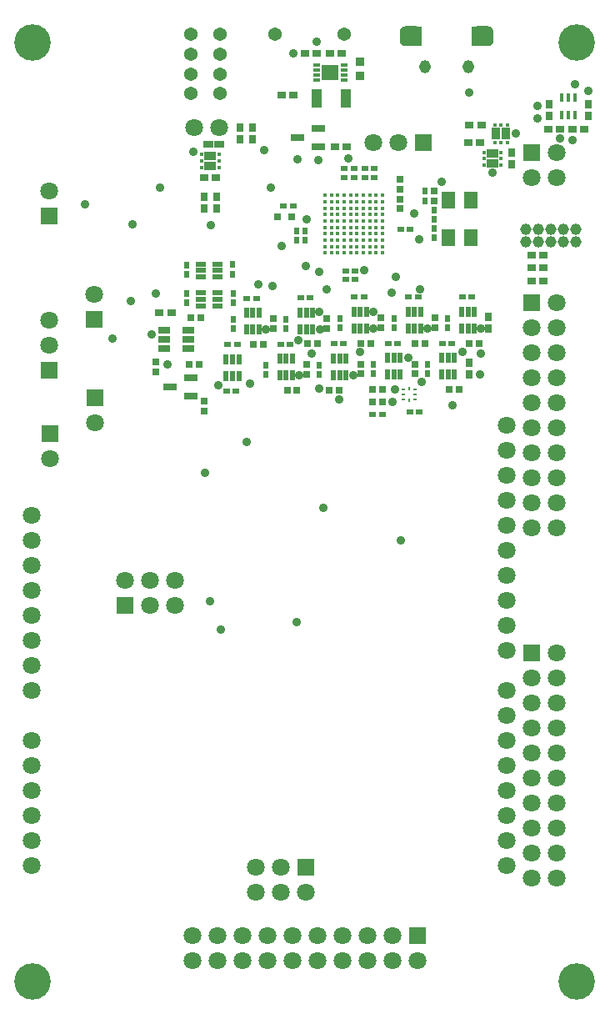
<source format=gbs>
G04 Layer_Color=16711935*
%FSLAX43Y43*%
%MOMM*%
G71*
G01*
G75*
%ADD90R,0.250X0.400*%
%ADD91R,0.400X0.250*%
%ADD142R,0.800X0.800*%
%ADD144R,0.750X0.900*%
%ADD147R,1.000X0.700*%
%ADD150R,0.862X0.862*%
%ADD151R,0.900X0.750*%
%ADD152R,0.700X0.650*%
%ADD153R,0.650X0.700*%
%ADD154R,0.600X0.750*%
G04:AMPARAMS|DCode=158|XSize=1.15mm|YSize=1.35mm|CornerRadius=0.575mm|HoleSize=0mm|Usage=FLASHONLY|Rotation=180.000|XOffset=0mm|YOffset=0mm|HoleType=Round|Shape=RoundedRectangle|*
%AMROUNDEDRECTD158*
21,1,1.150,0.200,0,0,180.0*
21,1,0.000,1.350,0,0,180.0*
1,1,1.150,0.000,0.100*
1,1,1.150,0.000,0.100*
1,1,1.150,0.000,-0.100*
1,1,1.150,0.000,-0.100*
%
%ADD158ROUNDEDRECTD158*%
G04:AMPARAMS|DCode=159|XSize=1.15mm|YSize=1.35mm|CornerRadius=0.575mm|HoleSize=0mm|Usage=FLASHONLY|Rotation=180.000|XOffset=0mm|YOffset=0mm|HoleType=Round|Shape=RoundedRectangle|*
%AMROUNDEDRECTD159*
21,1,1.150,0.200,0,0,180.0*
21,1,0.000,1.350,0,0,180.0*
1,1,1.150,0.000,0.100*
1,1,1.150,0.000,0.100*
1,1,1.150,0.000,-0.100*
1,1,1.150,0.000,-0.100*
%
%ADD159ROUNDEDRECTD159*%
G04:AMPARAMS|DCode=160|XSize=2.2mm|YSize=2mm|CornerRadius=0.544mm|HoleSize=0mm|Usage=FLASHONLY|Rotation=180.000|XOffset=0mm|YOffset=0mm|HoleType=Round|Shape=RoundedRectangle|*
%AMROUNDEDRECTD160*
21,1,2.200,0.912,0,0,180.0*
21,1,1.112,2.000,0,0,180.0*
1,1,1.088,-0.556,0.456*
1,1,1.088,0.556,0.456*
1,1,1.088,0.556,-0.456*
1,1,1.088,-0.556,-0.456*
%
%ADD160ROUNDEDRECTD160*%
%ADD162R,1.800X1.800*%
%ADD163C,1.800*%
%ADD164C,1.800*%
%ADD165R,1.800X1.800*%
%ADD166C,1.150*%
%ADD167C,1.150*%
%ADD168R,1.800X1.800*%
%ADD169C,3.700*%
%ADD170C,1.370*%
%ADD171R,1.400X1.700*%
%ADD172R,1.700X1.600*%
%ADD173R,0.700X0.350*%
%ADD174C,0.380*%
%ADD175R,0.500X1.100*%
%ADD176R,1.150X0.820*%
%ADD177R,0.400X0.450*%
%ADD178R,1.150X0.700*%
%ADD179R,1.400X0.700*%
%ADD180R,0.450X0.950*%
%ADD181R,1.050X1.850*%
%ADD182R,0.750X0.600*%
%ADD183R,0.820X1.150*%
%ADD184R,0.450X0.400*%
%ADD185R,1.100X0.500*%
%ADD186C,0.900*%
G36*
X-11398Y-675D02*
X-11396Y-675D01*
X-11348Y-679D01*
X-11347Y-679D01*
X-11345Y-679D01*
X-11292Y-686D01*
X-11289Y-687D01*
X-11285Y-688D01*
X-11232Y-703D01*
X-11230Y-703D01*
X-11228Y-704D01*
X-11185Y-720D01*
X-11183Y-721D01*
X-11181Y-722D01*
X-11139Y-742D01*
X-11137Y-743D01*
X-11134Y-745D01*
X-11090Y-773D01*
X-11088Y-774D01*
X-11087Y-775D01*
X-11049Y-804D01*
X-11047Y-805D01*
X-11046Y-806D01*
X-11007Y-840D01*
X-11004Y-843D01*
X-11001Y-846D01*
X-10972Y-882D01*
X-10971Y-883D01*
X-10971Y-884D01*
X-10943Y-921D01*
X-10941Y-923D01*
X-10940Y-926D01*
X-10916Y-967D01*
X-10915Y-969D01*
X-10914Y-970D01*
X-10894Y-1012D01*
X-10893Y-1014D01*
X-10892Y-1016D01*
X-10876Y-1058D01*
X-10875Y-1061D01*
X-10874Y-1064D01*
X-10862Y-1115D01*
X-10862Y-1117D01*
X-10861Y-1119D01*
X-10854Y-1164D01*
X-10854Y-1166D01*
X-10854Y-1168D01*
X-10850Y-1221D01*
X-10850Y-1223D01*
X-10850Y-1225D01*
Y-2125D01*
X-10850Y-2127D01*
X-10850Y-2129D01*
X-10854Y-2184D01*
X-10854Y-2186D01*
X-10855Y-2189D01*
X-10863Y-2234D01*
X-10863Y-2235D01*
X-10863Y-2237D01*
X-10875Y-2287D01*
X-10876Y-2290D01*
X-10877Y-2294D01*
X-10893Y-2334D01*
X-10906Y-2366D01*
X-10908Y-2370D01*
X-10910Y-2373D01*
X-10935Y-2416D01*
X-10936Y-2418D01*
X-10937Y-2420D01*
X-10963Y-2457D01*
X-10964Y-2458D01*
X-10965Y-2460D01*
X-10996Y-2498D01*
X-10999Y-2500D01*
X-11001Y-2503D01*
X-11046Y-2544D01*
X-11048Y-2546D01*
X-11050Y-2547D01*
X-11090Y-2577D01*
X-11092Y-2578D01*
X-11093Y-2579D01*
X-11139Y-2609D01*
X-11142Y-2610D01*
X-11145Y-2612D01*
X-11198Y-2636D01*
X-11201Y-2637D01*
X-11205Y-2638D01*
X-11292Y-2664D01*
X-11297Y-2665D01*
X-11301Y-2666D01*
X-11301Y-2666D01*
X-11301Y-2666D01*
X-11301D01*
X-11395Y-2675D01*
X-11398Y-2675D01*
X-11400Y-2675D01*
X-13000D01*
X-13010Y-2674D01*
X-13019Y-2671D01*
X-13028Y-2667D01*
X-13036Y-2661D01*
X-13042Y-2653D01*
X-13046Y-2644D01*
X-13049Y-2635D01*
X-13050Y-2625D01*
Y-725D01*
X-13049Y-715D01*
X-13046Y-706D01*
X-13042Y-697D01*
X-13036Y-689D01*
X-13028Y-683D01*
X-13019Y-679D01*
X-13010Y-676D01*
X-13000Y-675D01*
X-11400D01*
X-11398Y-675D01*
D02*
G37*
G36*
X-18190Y-676D02*
X-18181Y-679D01*
X-18172Y-683D01*
X-18164Y-689D01*
X-18158Y-697D01*
X-18154Y-706D01*
X-18151Y-715D01*
X-18150Y-725D01*
Y-2625D01*
X-18151Y-2635D01*
X-18154Y-2644D01*
X-18158Y-2653D01*
X-18164Y-2661D01*
X-18172Y-2667D01*
X-18181Y-2671D01*
X-18190Y-2674D01*
X-18200Y-2675D01*
X-19800D01*
X-19802Y-2675D01*
X-19804Y-2675D01*
X-19852Y-2671D01*
X-19853Y-2671D01*
X-19855Y-2671D01*
X-19908Y-2664D01*
X-19911Y-2663D01*
X-19915Y-2662D01*
X-19968Y-2647D01*
X-19970Y-2647D01*
X-19972Y-2646D01*
X-20015Y-2630D01*
X-20017Y-2629D01*
X-20019Y-2628D01*
X-20061Y-2608D01*
X-20063Y-2607D01*
X-20066Y-2605D01*
X-20110Y-2577D01*
X-20112Y-2576D01*
X-20113Y-2575D01*
X-20151Y-2546D01*
X-20153Y-2545D01*
X-20154Y-2544D01*
X-20193Y-2510D01*
X-20196Y-2507D01*
X-20199Y-2504D01*
X-20228Y-2468D01*
X-20229Y-2467D01*
X-20229Y-2466D01*
X-20257Y-2429D01*
X-20259Y-2427D01*
X-20260Y-2424D01*
X-20284Y-2383D01*
X-20285Y-2381D01*
X-20286Y-2380D01*
X-20306Y-2338D01*
X-20307Y-2336D01*
X-20308Y-2334D01*
X-20324Y-2292D01*
X-20325Y-2289D01*
X-20326Y-2286D01*
X-20338Y-2235D01*
X-20338Y-2233D01*
X-20339Y-2231D01*
X-20346Y-2186D01*
X-20346Y-2184D01*
X-20346Y-2182D01*
X-20350Y-2129D01*
X-20350Y-2127D01*
X-20350Y-2125D01*
Y-1225D01*
X-20350Y-1223D01*
X-20350Y-1221D01*
X-20346Y-1166D01*
X-20346Y-1164D01*
X-20345Y-1161D01*
X-20337Y-1116D01*
X-20337Y-1115D01*
X-20337Y-1113D01*
X-20325Y-1063D01*
X-20324Y-1060D01*
X-20323Y-1056D01*
X-20307Y-1016D01*
X-20294Y-984D01*
X-20292Y-980D01*
X-20290Y-977D01*
X-20265Y-934D01*
X-20264Y-932D01*
X-20263Y-930D01*
X-20237Y-893D01*
X-20236Y-892D01*
X-20235Y-890D01*
X-20204Y-852D01*
X-20201Y-850D01*
X-20199Y-847D01*
X-20154Y-806D01*
X-20152Y-804D01*
X-20150Y-803D01*
X-20110Y-773D01*
X-20108Y-772D01*
X-20107Y-771D01*
X-20061Y-742D01*
X-20058Y-740D01*
X-20055Y-738D01*
X-20002Y-714D01*
X-19999Y-713D01*
X-19995Y-712D01*
X-19908Y-686D01*
X-19903Y-685D01*
X-19899Y-684D01*
X-19899Y-684D01*
X-19899Y-684D01*
X-19899D01*
X-19805Y-675D01*
X-19802Y-675D01*
X-19800Y-675D01*
X-18200D01*
X-18190Y-676D01*
D02*
G37*
D90*
X-19375Y-37450D02*
D03*
Y-38650D02*
D03*
D91*
X-19980Y-38050D02*
D03*
Y-37550D02*
D03*
Y-38550D02*
D03*
X-18770D02*
D03*
Y-37550D02*
D03*
Y-38050D02*
D03*
D142*
X-31375Y-20000D02*
D03*
X-32775D02*
D03*
D144*
X-8950Y-14675D02*
D03*
Y-13475D02*
D03*
X-38925Y-18000D02*
D03*
Y-19200D02*
D03*
X-40225Y-19200D02*
D03*
Y-18000D02*
D03*
X-1200Y-8600D02*
D03*
Y-9800D02*
D03*
X-5200Y-9800D02*
D03*
Y-8600D02*
D03*
X-36600Y-10950D02*
D03*
Y-12150D02*
D03*
X-35325Y-12150D02*
D03*
Y-10950D02*
D03*
X-13350Y-34825D02*
D03*
Y-36025D02*
D03*
X-11325Y-30150D02*
D03*
Y-31350D02*
D03*
D147*
X-39825Y-12675D02*
D03*
X-38725D02*
D03*
D150*
X-24425Y-4301D02*
D03*
Y-5699D02*
D03*
D151*
X-12075Y-10700D02*
D03*
X-13275D02*
D03*
X-28800Y-3400D02*
D03*
X-30000D02*
D03*
X-26275D02*
D03*
X-27475D02*
D03*
X-39025Y-16050D02*
D03*
X-40225D02*
D03*
X-13425Y-12450D02*
D03*
X-12225D02*
D03*
X-5800Y-23900D02*
D03*
X-7000D02*
D03*
X-5800Y-25200D02*
D03*
X-7000D02*
D03*
X-5800Y-26500D02*
D03*
X-7000D02*
D03*
X-5300Y-11100D02*
D03*
X-4100D02*
D03*
X-2800D02*
D03*
X-1600D02*
D03*
X-31190Y-7665D02*
D03*
X-32390D02*
D03*
X-25775Y-12925D02*
D03*
X-26975D02*
D03*
X-43575Y-29775D02*
D03*
X-44775D02*
D03*
D152*
X-22125Y-38825D02*
D03*
X-23125D02*
D03*
X-22100Y-37550D02*
D03*
X-23100D02*
D03*
X-40750Y-34975D02*
D03*
X-41750D02*
D03*
X-18775Y-32850D02*
D03*
X-17775D02*
D03*
X-15350Y-37525D02*
D03*
X-14350D02*
D03*
X-41550Y-30275D02*
D03*
X-40550D02*
D03*
X-13325Y-32850D02*
D03*
X-12325D02*
D03*
X-29750Y-32925D02*
D03*
X-28750D02*
D03*
X-35200Y-32975D02*
D03*
X-34200D02*
D03*
X-24275Y-32850D02*
D03*
X-23275D02*
D03*
X-26550Y-37625D02*
D03*
X-27550D02*
D03*
X-31800D02*
D03*
X-30800D02*
D03*
D153*
X-45125Y-34787D02*
D03*
Y-35787D02*
D03*
X-16900Y-18400D02*
D03*
Y-17400D02*
D03*
X-20300Y-18200D02*
D03*
Y-19200D02*
D03*
Y-17200D02*
D03*
Y-16200D02*
D03*
X-18775Y-34975D02*
D03*
Y-35975D02*
D03*
X-40213Y-39750D02*
D03*
Y-38750D02*
D03*
X-16775Y-30250D02*
D03*
Y-31250D02*
D03*
X-33200Y-31375D02*
D03*
Y-30375D02*
D03*
X-27750Y-31325D02*
D03*
Y-30325D02*
D03*
X-22275Y-31250D02*
D03*
Y-30250D02*
D03*
X-24350Y-35975D02*
D03*
Y-34975D02*
D03*
X-29800Y-36025D02*
D03*
Y-35025D02*
D03*
D154*
X-33975Y-36050D02*
D03*
Y-35100D02*
D03*
X-30875Y-22375D02*
D03*
Y-21425D02*
D03*
X-30000Y-22375D02*
D03*
Y-21425D02*
D03*
X-17800Y-18375D02*
D03*
Y-17425D02*
D03*
X-16900Y-20275D02*
D03*
Y-19325D02*
D03*
Y-21225D02*
D03*
Y-22175D02*
D03*
X-20950Y-31275D02*
D03*
Y-30325D02*
D03*
X-23025Y-35950D02*
D03*
Y-35000D02*
D03*
X-17525Y-35950D02*
D03*
Y-35000D02*
D03*
X-15500Y-31275D02*
D03*
Y-30325D02*
D03*
X-37375Y-25825D02*
D03*
Y-24875D02*
D03*
X-42025Y-24900D02*
D03*
Y-25850D02*
D03*
X-31925Y-31350D02*
D03*
Y-30400D02*
D03*
X-37287Y-31400D02*
D03*
Y-30450D02*
D03*
X-26450Y-31275D02*
D03*
Y-30325D02*
D03*
X-37300Y-28775D02*
D03*
Y-27825D02*
D03*
X-42025Y-27825D02*
D03*
Y-28775D02*
D03*
X-28525Y-36000D02*
D03*
Y-35050D02*
D03*
D158*
X-13375Y-4800D02*
D03*
D159*
X-17825D02*
D03*
D160*
X-19250Y-1675D02*
D03*
X-11950D02*
D03*
D162*
X-55950Y-35570D02*
D03*
X-55925Y-42000D02*
D03*
X-6970Y-13490D02*
D03*
Y-64290D02*
D03*
Y-28730D02*
D03*
X-56000Y-19940D02*
D03*
X-51400Y-30470D02*
D03*
X-51300Y-38425D02*
D03*
D163*
X-57778Y-83340D02*
D03*
Y-85880D02*
D03*
Y-78260D02*
D03*
Y-80800D02*
D03*
Y-75720D02*
D03*
Y-73180D02*
D03*
X-9518Y-85880D02*
D03*
Y-83340D02*
D03*
Y-78260D02*
D03*
Y-80800D02*
D03*
Y-70640D02*
D03*
Y-68100D02*
D03*
Y-73180D02*
D03*
Y-75720D02*
D03*
Y-53876D02*
D03*
Y-46256D02*
D03*
Y-48796D02*
D03*
Y-58956D02*
D03*
Y-56416D02*
D03*
Y-61496D02*
D03*
Y-64036D02*
D03*
X-55950Y-30490D02*
D03*
Y-33030D02*
D03*
X-55925Y-44540D02*
D03*
X-4430Y-13490D02*
D03*
Y-87150D02*
D03*
X-6970Y-76990D02*
D03*
X-4430D02*
D03*
Y-79530D02*
D03*
X-6970D02*
D03*
X-4430Y-82070D02*
D03*
Y-84610D02*
D03*
X-6970D02*
D03*
Y-87150D02*
D03*
X-4430Y-64290D02*
D03*
X-43160Y-59500D02*
D03*
Y-56960D02*
D03*
X-4430Y-51590D02*
D03*
X-6970Y-41430D02*
D03*
X-4430D02*
D03*
Y-43970D02*
D03*
X-6970D02*
D03*
Y-51590D02*
D03*
X-4430Y-28730D02*
D03*
X-18570Y-95570D02*
D03*
X-41430Y-93030D02*
D03*
X-38890D02*
D03*
Y-95570D02*
D03*
X-36350Y-93030D02*
D03*
Y-95570D02*
D03*
X-31270D02*
D03*
Y-93030D02*
D03*
X-41430Y-95570D02*
D03*
X-23065Y-12525D02*
D03*
X-20525D02*
D03*
X-51300Y-40965D02*
D03*
X-57778Y-50320D02*
D03*
Y-52860D02*
D03*
Y-57940D02*
D03*
Y-55400D02*
D03*
Y-65560D02*
D03*
Y-68100D02*
D03*
Y-63020D02*
D03*
Y-60480D02*
D03*
X-32429Y-86020D02*
D03*
X-34969Y-88560D02*
D03*
X-29889D02*
D03*
D164*
X-9518Y-51336D02*
D03*
Y-43716D02*
D03*
Y-41176D02*
D03*
X-6970Y-16030D02*
D03*
X-4430D02*
D03*
X-6970Y-82070D02*
D03*
Y-74450D02*
D03*
Y-71910D02*
D03*
X-4430D02*
D03*
X-6970Y-69370D02*
D03*
X-4430D02*
D03*
X-6970Y-66830D02*
D03*
X-4430D02*
D03*
Y-74450D02*
D03*
X-38730Y-10950D02*
D03*
X-41270D02*
D03*
X-45700Y-59500D02*
D03*
Y-56960D02*
D03*
X-48240D02*
D03*
X-4430Y-46510D02*
D03*
X-6970D02*
D03*
X-4430Y-49050D02*
D03*
X-6970D02*
D03*
Y-38890D02*
D03*
Y-36350D02*
D03*
X-4430D02*
D03*
X-6970Y-33810D02*
D03*
X-4430D02*
D03*
X-6970Y-31270D02*
D03*
X-4430D02*
D03*
Y-38890D02*
D03*
X-28730Y-95570D02*
D03*
X-21110D02*
D03*
Y-93030D02*
D03*
X-23650Y-95570D02*
D03*
Y-93030D02*
D03*
X-26190Y-95570D02*
D03*
Y-93030D02*
D03*
X-28730D02*
D03*
X-33810D02*
D03*
Y-95570D02*
D03*
X-56000Y-17400D02*
D03*
X-51400Y-27930D02*
D03*
X-34969Y-86020D02*
D03*
X-32429Y-88560D02*
D03*
D165*
X-18570Y-93030D02*
D03*
X-29889Y-86020D02*
D03*
D166*
X-7530Y-21305D02*
D03*
X-4990Y-22575D02*
D03*
X-6260D02*
D03*
Y-21305D02*
D03*
X-4990D02*
D03*
X-3720D02*
D03*
X-2450D02*
D03*
D167*
X-7530Y-22575D02*
D03*
X-2450D02*
D03*
X-3720D02*
D03*
D168*
X-48240Y-59500D02*
D03*
X-17985Y-12525D02*
D03*
D169*
X-2350Y-2350D02*
D03*
X-57650D02*
D03*
X-2350Y-97650D02*
D03*
X-57650D02*
D03*
D170*
X-33000Y-1500D02*
D03*
X-26000D02*
D03*
X-41600D02*
D03*
X-38600D02*
D03*
X-41600Y-3500D02*
D03*
Y-5500D02*
D03*
X-38600D02*
D03*
X-41600Y-7500D02*
D03*
X-38600Y-3500D02*
D03*
Y-7500D02*
D03*
D171*
X-13100Y-22150D02*
D03*
Y-18350D02*
D03*
X-15400D02*
D03*
Y-22150D02*
D03*
D172*
X-27425Y-5400D02*
D03*
D173*
X-26025Y-4650D02*
D03*
Y-5150D02*
D03*
Y-6150D02*
D03*
Y-5650D02*
D03*
X-28825D02*
D03*
Y-6150D02*
D03*
Y-5150D02*
D03*
Y-4650D02*
D03*
D174*
X-27300Y-20450D02*
D03*
X-27950Y-17850D02*
D03*
X-27300D02*
D03*
X-26650D02*
D03*
X-26000D02*
D03*
X-25350D02*
D03*
X-24700D02*
D03*
X-24050D02*
D03*
X-23400D02*
D03*
X-22750D02*
D03*
X-22100D02*
D03*
X-27950Y-18500D02*
D03*
X-27300D02*
D03*
X-26650D02*
D03*
X-26000D02*
D03*
X-25350D02*
D03*
X-24700D02*
D03*
X-24050D02*
D03*
X-23400D02*
D03*
X-22750D02*
D03*
X-22100D02*
D03*
X-27950Y-19150D02*
D03*
X-27300D02*
D03*
X-26650D02*
D03*
X-26000D02*
D03*
X-25350D02*
D03*
X-24700D02*
D03*
X-24050D02*
D03*
X-23400D02*
D03*
X-22750D02*
D03*
X-27950Y-19800D02*
D03*
X-27300D02*
D03*
X-26650D02*
D03*
X-26000D02*
D03*
X-25350D02*
D03*
X-24700D02*
D03*
X-24050D02*
D03*
X-23400D02*
D03*
X-22750D02*
D03*
X-27950Y-20450D02*
D03*
X-26650D02*
D03*
X-26000D02*
D03*
X-25350D02*
D03*
X-24700D02*
D03*
X-24050D02*
D03*
X-23400D02*
D03*
X-22750D02*
D03*
X-27950Y-21750D02*
D03*
X-27300D02*
D03*
X-26650D02*
D03*
X-26000D02*
D03*
X-25350D02*
D03*
X-24700D02*
D03*
X-24050D02*
D03*
X-23400D02*
D03*
X-22750D02*
D03*
X-27950Y-22400D02*
D03*
X-27300D02*
D03*
X-26650D02*
D03*
X-26000D02*
D03*
X-25350D02*
D03*
X-24700D02*
D03*
X-24050D02*
D03*
X-23400D02*
D03*
X-22750D02*
D03*
X-27950Y-23050D02*
D03*
X-27300D02*
D03*
X-26650D02*
D03*
X-26000D02*
D03*
X-25350D02*
D03*
X-24700D02*
D03*
X-24050D02*
D03*
X-23400D02*
D03*
X-22750D02*
D03*
X-27950Y-23700D02*
D03*
X-27300D02*
D03*
X-26650D02*
D03*
X-26000D02*
D03*
X-25350D02*
D03*
X-24700D02*
D03*
X-24050D02*
D03*
X-23400D02*
D03*
X-22750D02*
D03*
X-27950Y-21100D02*
D03*
X-27300D02*
D03*
X-26650D02*
D03*
X-26000D02*
D03*
X-25350D02*
D03*
X-24700D02*
D03*
X-24050D02*
D03*
X-23400D02*
D03*
X-22750D02*
D03*
X-22100D02*
D03*
Y-19150D02*
D03*
Y-19800D02*
D03*
Y-20450D02*
D03*
Y-21750D02*
D03*
Y-22400D02*
D03*
Y-23050D02*
D03*
Y-23700D02*
D03*
D175*
X-32550Y-34425D02*
D03*
X-31900D02*
D03*
X-31250D02*
D03*
Y-36125D02*
D03*
X-31900D02*
D03*
X-32550D02*
D03*
X-19525Y-29650D02*
D03*
X-18875D02*
D03*
X-18225D02*
D03*
Y-31350D02*
D03*
X-18875D02*
D03*
X-19525D02*
D03*
X-21600Y-34325D02*
D03*
X-20950D02*
D03*
X-20300D02*
D03*
Y-36025D02*
D03*
X-20950D02*
D03*
X-21600D02*
D03*
X-16100Y-34325D02*
D03*
X-15450D02*
D03*
X-14800D02*
D03*
Y-36025D02*
D03*
X-15450D02*
D03*
X-16100D02*
D03*
X-38000Y-34475D02*
D03*
X-37350D02*
D03*
X-36700D02*
D03*
Y-36175D02*
D03*
X-37350D02*
D03*
X-38000D02*
D03*
X-14075Y-29650D02*
D03*
X-13425D02*
D03*
X-12775D02*
D03*
Y-31350D02*
D03*
X-13425D02*
D03*
X-14075D02*
D03*
X-30500Y-29725D02*
D03*
X-29850D02*
D03*
X-29200D02*
D03*
Y-31425D02*
D03*
X-29850D02*
D03*
X-30500D02*
D03*
X-35950Y-29775D02*
D03*
X-35300D02*
D03*
X-34650D02*
D03*
Y-31475D02*
D03*
X-35300D02*
D03*
X-35950D02*
D03*
X-25025Y-29650D02*
D03*
X-24375D02*
D03*
X-23725D02*
D03*
Y-31350D02*
D03*
X-24375D02*
D03*
X-25025D02*
D03*
X-27100Y-34375D02*
D03*
X-26450D02*
D03*
X-25800D02*
D03*
Y-36075D02*
D03*
X-26450D02*
D03*
X-27100D02*
D03*
D176*
X-10950Y-13620D02*
D03*
X-10950Y-14600D02*
D03*
X-39600Y-14840D02*
D03*
X-39600Y-13860D02*
D03*
D177*
X-10075Y-13460D02*
D03*
Y-14110D02*
D03*
Y-14760D02*
D03*
X-11825D02*
D03*
Y-14110D02*
D03*
Y-13460D02*
D03*
X-40475Y-15000D02*
D03*
Y-14350D02*
D03*
Y-13700D02*
D03*
X-38725D02*
D03*
Y-14350D02*
D03*
Y-15000D02*
D03*
D178*
X-44300Y-33425D02*
D03*
Y-32475D02*
D03*
Y-31525D02*
D03*
X-41850D02*
D03*
Y-32475D02*
D03*
Y-33425D02*
D03*
D179*
X-41600Y-36325D02*
D03*
Y-38225D02*
D03*
X-43700Y-37275D02*
D03*
X-30750Y-11975D02*
D03*
X-28650Y-12925D02*
D03*
Y-11025D02*
D03*
D180*
X-3875Y-7875D02*
D03*
X-3225D02*
D03*
X-2575D02*
D03*
Y-9725D02*
D03*
X-3225D02*
D03*
X-3875D02*
D03*
D181*
X-28825Y-7975D02*
D03*
X-25875D02*
D03*
D182*
X-24900Y-26400D02*
D03*
X-25850D02*
D03*
X-24900Y-25500D02*
D03*
X-25850D02*
D03*
X-19325Y-21300D02*
D03*
X-20275D02*
D03*
X-22925Y-16000D02*
D03*
X-23875D02*
D03*
X-22925Y-15100D02*
D03*
X-23875D02*
D03*
X-25975Y-16000D02*
D03*
X-25025D02*
D03*
X-25975Y-15100D02*
D03*
X-25025D02*
D03*
X-32150Y-18900D02*
D03*
X-31200D02*
D03*
X-23100Y-40075D02*
D03*
X-22150D02*
D03*
X-19300Y-39825D02*
D03*
X-18350D02*
D03*
X-18500Y-28175D02*
D03*
X-19450D02*
D03*
X-20575Y-32850D02*
D03*
X-21525D02*
D03*
X-15075Y-32850D02*
D03*
X-16025D02*
D03*
X-36875Y-32975D02*
D03*
X-37825D02*
D03*
X-37950Y-37675D02*
D03*
X-37000D02*
D03*
X-13050Y-28175D02*
D03*
X-14000D02*
D03*
X-29475Y-28250D02*
D03*
X-30425D02*
D03*
X-34925Y-28300D02*
D03*
X-35875D02*
D03*
X-24000Y-28175D02*
D03*
X-24950D02*
D03*
X-26075Y-32900D02*
D03*
X-27025D02*
D03*
X-31525Y-32950D02*
D03*
X-32475D02*
D03*
D183*
X-10565Y-11575D02*
D03*
X-9585Y-11575D02*
D03*
D184*
X-10725Y-10700D02*
D03*
X-10075D02*
D03*
X-9425D02*
D03*
Y-12450D02*
D03*
X-10075D02*
D03*
X-10725D02*
D03*
D185*
X-38850Y-24825D02*
D03*
Y-25475D02*
D03*
Y-26125D02*
D03*
X-40550D02*
D03*
Y-25475D02*
D03*
Y-24825D02*
D03*
X-38850Y-27750D02*
D03*
Y-28400D02*
D03*
Y-29050D02*
D03*
X-40550D02*
D03*
Y-28400D02*
D03*
Y-27750D02*
D03*
D186*
X-39575Y-20850D02*
D03*
X-18900Y-19650D02*
D03*
X-25575Y-14100D02*
D03*
X-4100Y-12025D02*
D03*
X-2575Y-6550D02*
D03*
X-28800Y-2275D02*
D03*
X-31200Y-3425D02*
D03*
X-32350Y-22975D02*
D03*
X-33325Y-27075D02*
D03*
X-28573Y-25622D02*
D03*
X-17550Y-31350D02*
D03*
X-23050D02*
D03*
X-28500Y-31450D02*
D03*
X-33950Y-31475D02*
D03*
X-12125Y-31350D02*
D03*
X-28650Y-14225D02*
D03*
X-20775Y-26150D02*
D03*
X-19525Y-34300D02*
D03*
X-26550Y-38525D02*
D03*
X-30550Y-36100D02*
D03*
X-25100D02*
D03*
X-12150Y-33925D02*
D03*
X-8525Y-11575D02*
D03*
X-10950Y-15562D02*
D03*
X-41375Y-13400D02*
D03*
X-14975Y-39150D02*
D03*
X-45600Y-31975D02*
D03*
X-12200Y-36025D02*
D03*
X-45125Y-27850D02*
D03*
X-18175Y-36775D02*
D03*
X-21212Y-27737D02*
D03*
X-38775Y-37100D02*
D03*
X-44700Y-17095D02*
D03*
X-28525Y-29675D02*
D03*
X-34725Y-26875D02*
D03*
X-20875Y-37575D02*
D03*
X-21100Y-38825D02*
D03*
X-30750Y-14175D02*
D03*
X-28150Y-49600D02*
D03*
X-1200Y-7250D02*
D03*
X-6350Y-8750D02*
D03*
Y-10050D02*
D03*
X-2800Y-12250D02*
D03*
X-29850Y-20250D02*
D03*
X-13350Y-7400D02*
D03*
X-39675Y-59050D02*
D03*
X-29925Y-25000D02*
D03*
X-33425Y-17025D02*
D03*
X-18350Y-22275D02*
D03*
X-16100Y-16425D02*
D03*
X-34150Y-13225D02*
D03*
X-23950Y-25475D02*
D03*
X-23075Y-29650D02*
D03*
X-40175Y-45975D02*
D03*
X-38525Y-61950D02*
D03*
X-29300Y-33875D02*
D03*
X-24375Y-33750D02*
D03*
X-13950Y-33713D02*
D03*
X-27750Y-27425D02*
D03*
X-18325Y-27350D02*
D03*
X-30875Y-61200D02*
D03*
X-52375Y-18725D02*
D03*
X-20263Y-52888D02*
D03*
X-28525Y-37500D02*
D03*
X-47675Y-28575D02*
D03*
X-43924Y-35000D02*
D03*
X-47525Y-20800D02*
D03*
X-49550Y-32345D02*
D03*
X-35912Y-42888D02*
D03*
X-35575Y-36925D02*
D03*
X-30625Y-32525D02*
D03*
M02*

</source>
